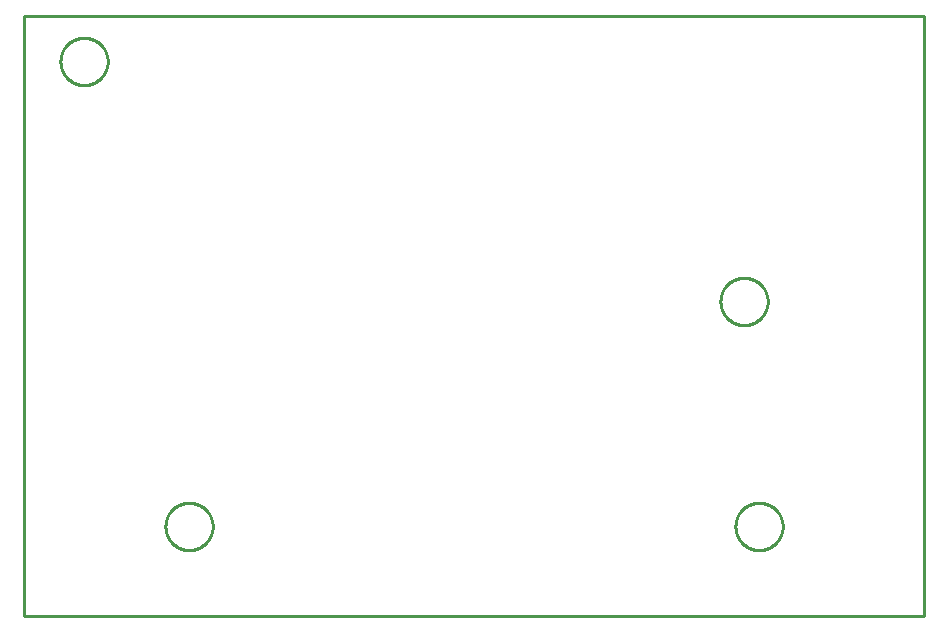
<source format=gbr>
G04 EAGLE Gerber RS-274X export*
G75*
%MOMM*%
%FSLAX34Y34*%
%LPD*%
%IN*%
%IPPOS*%
%AMOC8*
5,1,8,0,0,1.08239X$1,22.5*%
G01*
%ADD10C,0.254000*%


D10*
X0Y0D02*
X762000Y0D01*
X762000Y508000D01*
X0Y508000D01*
X0Y0D01*
X70800Y469296D02*
X70727Y468089D01*
X70581Y466889D01*
X70363Y465700D01*
X70074Y464527D01*
X69715Y463373D01*
X69286Y462243D01*
X68790Y461141D01*
X68228Y460070D01*
X67603Y459036D01*
X66916Y458041D01*
X66171Y457090D01*
X65369Y456185D01*
X64515Y455331D01*
X63610Y454529D01*
X62659Y453784D01*
X61664Y453097D01*
X60630Y452472D01*
X59559Y451910D01*
X58457Y451414D01*
X57327Y450985D01*
X56173Y450626D01*
X55000Y450337D01*
X53811Y450119D01*
X52611Y449973D01*
X51404Y449900D01*
X50196Y449900D01*
X48989Y449973D01*
X47789Y450119D01*
X46600Y450337D01*
X45427Y450626D01*
X44273Y450985D01*
X43143Y451414D01*
X42041Y451910D01*
X40970Y452472D01*
X39936Y453097D01*
X38941Y453784D01*
X37990Y454529D01*
X37085Y455331D01*
X36231Y456185D01*
X35429Y457090D01*
X34684Y458041D01*
X33997Y459036D01*
X33372Y460070D01*
X32810Y461141D01*
X32314Y462243D01*
X31885Y463373D01*
X31526Y464527D01*
X31237Y465700D01*
X31019Y466889D01*
X30873Y468089D01*
X30800Y469296D01*
X30800Y470504D01*
X30873Y471711D01*
X31019Y472911D01*
X31237Y474100D01*
X31526Y475273D01*
X31885Y476427D01*
X32314Y477557D01*
X32810Y478659D01*
X33372Y479730D01*
X33997Y480764D01*
X34684Y481759D01*
X35429Y482710D01*
X36231Y483615D01*
X37085Y484469D01*
X37990Y485271D01*
X38941Y486016D01*
X39936Y486703D01*
X40970Y487328D01*
X42041Y487890D01*
X43143Y488386D01*
X44273Y488815D01*
X45427Y489174D01*
X46600Y489463D01*
X47789Y489681D01*
X48989Y489827D01*
X50196Y489900D01*
X51404Y489900D01*
X52611Y489827D01*
X53811Y489681D01*
X55000Y489463D01*
X56173Y489174D01*
X57327Y488815D01*
X58457Y488386D01*
X59559Y487890D01*
X60630Y487328D01*
X61664Y486703D01*
X62659Y486016D01*
X63610Y485271D01*
X64515Y484469D01*
X65369Y483615D01*
X66171Y482710D01*
X66916Y481759D01*
X67603Y480764D01*
X68228Y479730D01*
X68790Y478659D01*
X69286Y477557D01*
X69715Y476427D01*
X70074Y475273D01*
X70363Y474100D01*
X70581Y472911D01*
X70727Y471711D01*
X70800Y470504D01*
X70800Y469296D01*
X629600Y266096D02*
X629527Y264889D01*
X629381Y263689D01*
X629163Y262500D01*
X628874Y261327D01*
X628515Y260173D01*
X628086Y259043D01*
X627590Y257941D01*
X627028Y256870D01*
X626403Y255836D01*
X625716Y254841D01*
X624971Y253890D01*
X624169Y252985D01*
X623315Y252131D01*
X622410Y251329D01*
X621459Y250584D01*
X620464Y249897D01*
X619430Y249272D01*
X618359Y248710D01*
X617257Y248214D01*
X616127Y247785D01*
X614973Y247426D01*
X613800Y247137D01*
X612611Y246919D01*
X611411Y246773D01*
X610204Y246700D01*
X608996Y246700D01*
X607789Y246773D01*
X606589Y246919D01*
X605400Y247137D01*
X604227Y247426D01*
X603073Y247785D01*
X601943Y248214D01*
X600841Y248710D01*
X599770Y249272D01*
X598736Y249897D01*
X597741Y250584D01*
X596790Y251329D01*
X595885Y252131D01*
X595031Y252985D01*
X594229Y253890D01*
X593484Y254841D01*
X592797Y255836D01*
X592172Y256870D01*
X591610Y257941D01*
X591114Y259043D01*
X590685Y260173D01*
X590326Y261327D01*
X590037Y262500D01*
X589819Y263689D01*
X589673Y264889D01*
X589600Y266096D01*
X589600Y267304D01*
X589673Y268511D01*
X589819Y269711D01*
X590037Y270900D01*
X590326Y272073D01*
X590685Y273227D01*
X591114Y274357D01*
X591610Y275459D01*
X592172Y276530D01*
X592797Y277564D01*
X593484Y278559D01*
X594229Y279510D01*
X595031Y280415D01*
X595885Y281269D01*
X596790Y282071D01*
X597741Y282816D01*
X598736Y283503D01*
X599770Y284128D01*
X600841Y284690D01*
X601943Y285186D01*
X603073Y285615D01*
X604227Y285974D01*
X605400Y286263D01*
X606589Y286481D01*
X607789Y286627D01*
X608996Y286700D01*
X610204Y286700D01*
X611411Y286627D01*
X612611Y286481D01*
X613800Y286263D01*
X614973Y285974D01*
X616127Y285615D01*
X617257Y285186D01*
X618359Y284690D01*
X619430Y284128D01*
X620464Y283503D01*
X621459Y282816D01*
X622410Y282071D01*
X623315Y281269D01*
X624169Y280415D01*
X624971Y279510D01*
X625716Y278559D01*
X626403Y277564D01*
X627028Y276530D01*
X627590Y275459D01*
X628086Y274357D01*
X628515Y273227D01*
X628874Y272073D01*
X629163Y270900D01*
X629381Y269711D01*
X629527Y268511D01*
X629600Y267304D01*
X629600Y266096D01*
X159700Y75596D02*
X159627Y74389D01*
X159481Y73189D01*
X159263Y72000D01*
X158974Y70827D01*
X158615Y69673D01*
X158186Y68543D01*
X157690Y67441D01*
X157128Y66370D01*
X156503Y65336D01*
X155816Y64341D01*
X155071Y63390D01*
X154269Y62485D01*
X153415Y61631D01*
X152510Y60829D01*
X151559Y60084D01*
X150564Y59397D01*
X149530Y58772D01*
X148459Y58210D01*
X147357Y57714D01*
X146227Y57285D01*
X145073Y56926D01*
X143900Y56637D01*
X142711Y56419D01*
X141511Y56273D01*
X140304Y56200D01*
X139096Y56200D01*
X137889Y56273D01*
X136689Y56419D01*
X135500Y56637D01*
X134327Y56926D01*
X133173Y57285D01*
X132043Y57714D01*
X130941Y58210D01*
X129870Y58772D01*
X128836Y59397D01*
X127841Y60084D01*
X126890Y60829D01*
X125985Y61631D01*
X125131Y62485D01*
X124329Y63390D01*
X123584Y64341D01*
X122897Y65336D01*
X122272Y66370D01*
X121710Y67441D01*
X121214Y68543D01*
X120785Y69673D01*
X120426Y70827D01*
X120137Y72000D01*
X119919Y73189D01*
X119773Y74389D01*
X119700Y75596D01*
X119700Y76804D01*
X119773Y78011D01*
X119919Y79211D01*
X120137Y80400D01*
X120426Y81573D01*
X120785Y82727D01*
X121214Y83857D01*
X121710Y84959D01*
X122272Y86030D01*
X122897Y87064D01*
X123584Y88059D01*
X124329Y89010D01*
X125131Y89915D01*
X125985Y90769D01*
X126890Y91571D01*
X127841Y92316D01*
X128836Y93003D01*
X129870Y93628D01*
X130941Y94190D01*
X132043Y94686D01*
X133173Y95115D01*
X134327Y95474D01*
X135500Y95763D01*
X136689Y95981D01*
X137889Y96127D01*
X139096Y96200D01*
X140304Y96200D01*
X141511Y96127D01*
X142711Y95981D01*
X143900Y95763D01*
X145073Y95474D01*
X146227Y95115D01*
X147357Y94686D01*
X148459Y94190D01*
X149530Y93628D01*
X150564Y93003D01*
X151559Y92316D01*
X152510Y91571D01*
X153415Y90769D01*
X154269Y89915D01*
X155071Y89010D01*
X155816Y88059D01*
X156503Y87064D01*
X157128Y86030D01*
X157690Y84959D01*
X158186Y83857D01*
X158615Y82727D01*
X158974Y81573D01*
X159263Y80400D01*
X159481Y79211D01*
X159627Y78011D01*
X159700Y76804D01*
X159700Y75596D01*
X642300Y75596D02*
X642227Y74389D01*
X642081Y73189D01*
X641863Y72000D01*
X641574Y70827D01*
X641215Y69673D01*
X640786Y68543D01*
X640290Y67441D01*
X639728Y66370D01*
X639103Y65336D01*
X638416Y64341D01*
X637671Y63390D01*
X636869Y62485D01*
X636015Y61631D01*
X635110Y60829D01*
X634159Y60084D01*
X633164Y59397D01*
X632130Y58772D01*
X631059Y58210D01*
X629957Y57714D01*
X628827Y57285D01*
X627673Y56926D01*
X626500Y56637D01*
X625311Y56419D01*
X624111Y56273D01*
X622904Y56200D01*
X621696Y56200D01*
X620489Y56273D01*
X619289Y56419D01*
X618100Y56637D01*
X616927Y56926D01*
X615773Y57285D01*
X614643Y57714D01*
X613541Y58210D01*
X612470Y58772D01*
X611436Y59397D01*
X610441Y60084D01*
X609490Y60829D01*
X608585Y61631D01*
X607731Y62485D01*
X606929Y63390D01*
X606184Y64341D01*
X605497Y65336D01*
X604872Y66370D01*
X604310Y67441D01*
X603814Y68543D01*
X603385Y69673D01*
X603026Y70827D01*
X602737Y72000D01*
X602519Y73189D01*
X602373Y74389D01*
X602300Y75596D01*
X602300Y76804D01*
X602373Y78011D01*
X602519Y79211D01*
X602737Y80400D01*
X603026Y81573D01*
X603385Y82727D01*
X603814Y83857D01*
X604310Y84959D01*
X604872Y86030D01*
X605497Y87064D01*
X606184Y88059D01*
X606929Y89010D01*
X607731Y89915D01*
X608585Y90769D01*
X609490Y91571D01*
X610441Y92316D01*
X611436Y93003D01*
X612470Y93628D01*
X613541Y94190D01*
X614643Y94686D01*
X615773Y95115D01*
X616927Y95474D01*
X618100Y95763D01*
X619289Y95981D01*
X620489Y96127D01*
X621696Y96200D01*
X622904Y96200D01*
X624111Y96127D01*
X625311Y95981D01*
X626500Y95763D01*
X627673Y95474D01*
X628827Y95115D01*
X629957Y94686D01*
X631059Y94190D01*
X632130Y93628D01*
X633164Y93003D01*
X634159Y92316D01*
X635110Y91571D01*
X636015Y90769D01*
X636869Y89915D01*
X637671Y89010D01*
X638416Y88059D01*
X639103Y87064D01*
X639728Y86030D01*
X640290Y84959D01*
X640786Y83857D01*
X641215Y82727D01*
X641574Y81573D01*
X641863Y80400D01*
X642081Y79211D01*
X642227Y78011D01*
X642300Y76804D01*
X642300Y75596D01*
M02*

</source>
